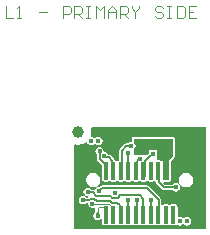
<source format=gtl>
G04*
G04 #@! TF.GenerationSoftware,Altium Limited,Altium Designer,20.2.6 (244)*
G04*
G04 Layer_Physical_Order=1*
G04 Layer_Color=5855741*
%FSLAX25Y25*%
%MOIN*%
G70*
G04*
G04 #@! TF.SameCoordinates,A1248B6C-439F-447A-ADC8-1C90144166A7*
G04*
G04*
G04 #@! TF.FilePolarity,Positive*
G04*
G01*
G75*
%ADD10C,0.00394*%
%ADD11C,0.00591*%
G04:AMPARAMS|DCode=12|XSize=15.75mil|YSize=59.06mil|CornerRadius=3.94mil|HoleSize=0mil|Usage=FLASHONLY|Rotation=0.000|XOffset=0mil|YOffset=0mil|HoleType=Round|Shape=RoundedRectangle|*
%AMROUNDEDRECTD12*
21,1,0.01575,0.05118,0,0,0.0*
21,1,0.00787,0.05906,0,0,0.0*
1,1,0.00787,0.00394,-0.02559*
1,1,0.00787,-0.00394,-0.02559*
1,1,0.00787,-0.00394,0.02559*
1,1,0.00787,0.00394,0.02559*
%
%ADD12ROUNDEDRECTD12*%
%ADD15C,0.03937*%
%ADD16C,0.01575*%
G36*
X835400Y455531D02*
Y421531D01*
X791400Y421531D01*
Y449726D01*
X791733Y449949D01*
X791797Y449922D01*
X792928Y449773D01*
X794058Y449922D01*
X795112Y450358D01*
X795564Y450705D01*
X795938Y450564D01*
X795960Y450454D01*
X796265Y449998D01*
X796721Y449693D01*
X797258Y449586D01*
X797796Y449693D01*
X798252Y449998D01*
X798627D01*
X799083Y449693D01*
X799620Y449586D01*
X800158Y449693D01*
X800614Y449998D01*
X800918Y450454D01*
X801025Y450991D01*
X800918Y451529D01*
X800614Y451985D01*
X800158Y452289D01*
X799620Y452396D01*
X799083Y452289D01*
X798627Y451985D01*
X798252D01*
X797796Y452289D01*
X797320Y452384D01*
X797021Y452706D01*
X797147Y453011D01*
X797296Y454141D01*
X797165Y455131D01*
X797424Y455531D01*
X835400Y455531D01*
D02*
G37*
%LPC*%
G36*
X824424Y452418D02*
X811432D01*
X810980Y452231D01*
X810792Y451779D01*
Y450943D01*
X810644Y450821D01*
X810106Y450715D01*
X809651Y450410D01*
X809511Y450200D01*
X808950D01*
X808950Y450200D01*
X808604Y450132D01*
X808311Y449936D01*
X806758Y448382D01*
X806562Y448089D01*
X806493Y447743D01*
Y444494D01*
X806372Y444470D01*
X806047Y444253D01*
X805753D01*
X805428Y444470D01*
X805100Y444536D01*
X805053Y444770D01*
X804857Y445063D01*
X804857Y445063D01*
X803725Y446196D01*
X803432Y446391D01*
X803086Y446460D01*
X802854D01*
X802582Y446867D01*
X802127Y447171D01*
X801589Y447278D01*
X801399Y447648D01*
X801312Y448084D01*
X801008Y448540D01*
X800552Y448844D01*
X800014Y448951D01*
X799477Y448844D01*
X799021Y448540D01*
X798716Y448084D01*
X798609Y447546D01*
X798716Y447009D01*
X799021Y446553D01*
X799111Y446493D01*
Y444987D01*
X799180Y444642D01*
X799376Y444349D01*
X800753Y442972D01*
Y438425D01*
X800829Y438041D01*
X801047Y437716D01*
X801372Y437498D01*
X801756Y437422D01*
X802544D01*
X802928Y437498D01*
X803253Y437716D01*
X803547D01*
X803872Y437498D01*
X804256Y437422D01*
X805044D01*
X805428Y437498D01*
X805753Y437716D01*
X806047D01*
X806372Y437498D01*
X806756Y437422D01*
X807544D01*
X807928Y437498D01*
X808253Y437716D01*
X808547D01*
X808872Y437498D01*
X809256Y437422D01*
X810044D01*
X810428Y437498D01*
X810753Y437716D01*
X811047D01*
X811372Y437498D01*
X811756Y437422D01*
X812544D01*
X812928Y437498D01*
X813253Y437716D01*
X813547D01*
X813872Y437498D01*
X814256Y437422D01*
X815044D01*
X815428Y437498D01*
X815753Y437716D01*
X816047D01*
X816372Y437498D01*
X816756Y437422D01*
X817544D01*
X817928Y437498D01*
X818253Y437716D01*
X818465D01*
X818796Y437419D01*
Y437244D01*
X818865Y436898D01*
X819061Y436605D01*
X820774Y434892D01*
X821067Y434696D01*
X821412Y434628D01*
X824346D01*
X824407Y434537D01*
X824862Y434233D01*
X825400Y434126D01*
X825938Y434233D01*
X826394Y434537D01*
X826698Y434993D01*
X826805Y435531D01*
X826698Y436068D01*
X826394Y436524D01*
X825938Y436829D01*
X825400Y436936D01*
X824862Y436829D01*
X824407Y436524D01*
X824346Y436434D01*
X821786D01*
X821250Y436970D01*
X821426Y437360D01*
X823243D01*
X823695Y437547D01*
X823882Y437999D01*
Y444427D01*
X824876Y445421D01*
X825063Y445873D01*
Y451779D01*
X824876Y452231D01*
X824424Y452418D01*
D02*
G37*
G36*
X828853Y440420D02*
X827939Y440238D01*
X827164Y439720D01*
X826646Y438945D01*
X826464Y438031D01*
X826646Y437117D01*
X827164Y436343D01*
X827939Y435825D01*
X828853Y435643D01*
X829767Y435825D01*
X830542Y436343D01*
X831059Y437117D01*
X831241Y438031D01*
X831059Y438945D01*
X830542Y439720D01*
X829767Y440238D01*
X828853Y440420D01*
D02*
G37*
G36*
X797947D02*
X797033Y440238D01*
X796258Y439720D01*
X795741Y438945D01*
X795559Y438031D01*
X795741Y437117D01*
X796258Y436343D01*
X797033Y435825D01*
X797947Y435643D01*
X798861Y435825D01*
X799636Y436343D01*
X800154Y437117D01*
X800336Y438031D01*
X800154Y438945D01*
X799636Y439720D01*
X798861Y440238D01*
X797947Y440420D01*
D02*
G37*
G36*
X815730Y436179D02*
X800957D01*
X800611Y436110D01*
X800318Y435914D01*
X800010Y435606D01*
X799719Y435664D01*
X799181Y435557D01*
X798726Y435253D01*
X798504Y434922D01*
X798165Y434667D01*
X797820Y434736D01*
X797284D01*
X797071Y435056D01*
X796615Y435360D01*
X796077Y435467D01*
X795540Y435360D01*
X795084Y435056D01*
X794779Y434600D01*
X794672Y434062D01*
X794779Y433525D01*
X795084Y433069D01*
X795540Y432764D01*
X796036Y432665D01*
X796129Y432494D01*
X796200Y432274D01*
X796032Y432064D01*
X795653D01*
X795496Y432300D01*
X795040Y432604D01*
X794502Y432711D01*
X793965Y432604D01*
X793509Y432300D01*
X793204Y431844D01*
X793097Y431306D01*
X793204Y430769D01*
X793509Y430313D01*
X793965Y430008D01*
X794502Y429901D01*
X795040Y430008D01*
X795414Y430258D01*
X796138D01*
X796247Y430125D01*
X796354Y429588D01*
X796659Y429132D01*
X797114Y428827D01*
X797652Y428720D01*
X798190Y428827D01*
X798257Y428872D01*
X798617Y428632D01*
X798597Y428531D01*
Y427530D01*
X798565Y427464D01*
X798563Y427431D01*
X798563Y427429D01*
X798560Y427419D01*
X798552Y427400D01*
X798538Y427371D01*
X798515Y427334D01*
X798489Y427297D01*
X798387Y427176D01*
X798323Y427110D01*
X798233Y426886D01*
X798141Y426663D01*
X798142Y426660D01*
X798141Y426656D01*
X798148Y426638D01*
X798102Y426568D01*
X797995Y426031D01*
X798102Y425493D01*
X798407Y425037D01*
X798862Y424733D01*
X799400Y424626D01*
X799938Y424733D01*
X800353Y425010D01*
X800539Y424963D01*
X800753Y424855D01*
Y423858D01*
X800829Y423474D01*
X801047Y423149D01*
X801372Y422931D01*
X801756Y422855D01*
X802544D01*
X802928Y422931D01*
X803253Y423149D01*
X803547D01*
X803872Y422931D01*
X804256Y422855D01*
X805044D01*
X805428Y422931D01*
X805753Y423149D01*
X806047D01*
X806372Y422931D01*
X806756Y422855D01*
X807544D01*
X807928Y422931D01*
X808253Y423149D01*
X808547D01*
X808872Y422931D01*
X809256Y422855D01*
X810044D01*
X810428Y422931D01*
X810753Y423149D01*
X811047D01*
X811372Y422931D01*
X811756Y422855D01*
X812544D01*
X812928Y422931D01*
X813253Y423149D01*
X813547D01*
X813872Y422931D01*
X814256Y422855D01*
X815044D01*
X815428Y422931D01*
X815753Y423149D01*
X816047D01*
X816372Y422931D01*
X816756Y422855D01*
X817544D01*
X817928Y422931D01*
X818253Y423149D01*
X818547D01*
X818872Y422931D01*
X819256Y422855D01*
X820044D01*
X820428Y422931D01*
X820753Y423149D01*
X821047D01*
X821372Y422931D01*
X821756Y422855D01*
X822544D01*
X822928Y422931D01*
X823253Y423149D01*
X823547D01*
X823872Y422931D01*
X824256Y422855D01*
X825044D01*
X825428Y422931D01*
X825753Y423149D01*
X825801Y423220D01*
X826248Y422922D01*
X826786Y422815D01*
X827324Y422922D01*
X827779Y423226D01*
X828155D01*
X828610Y422922D01*
X829148Y422815D01*
X829686Y422922D01*
X830142Y423226D01*
X830446Y423682D01*
X830553Y424220D01*
X830446Y424757D01*
X830142Y425213D01*
X829686Y425518D01*
X829148Y425625D01*
X828610Y425518D01*
X828155Y425213D01*
X827779D01*
X827324Y425518D01*
X826786Y425625D01*
X826447Y425557D01*
X826047Y425828D01*
Y428976D01*
X825971Y429360D01*
X825753Y429686D01*
X825428Y429904D01*
X825044Y429980D01*
X824256D01*
X823872Y429904D01*
X823547Y429686D01*
X823253D01*
X822928Y429904D01*
X822544Y429980D01*
X821756D01*
X821372Y429904D01*
X821047Y429686D01*
X820961D01*
X820602Y430023D01*
Y431306D01*
X820534Y431652D01*
X820338Y431945D01*
X820338Y431945D01*
X816369Y435914D01*
X816076Y436110D01*
X815730Y436179D01*
D02*
G37*
%LPD*%
G36*
X824424Y445873D02*
X823243Y444692D01*
Y437999D01*
X821274D01*
Y444299D01*
X820685D01*
X820428Y444470D01*
X820044Y444547D01*
X819306D01*
Y446525D01*
X819333Y446661D01*
X819306Y446796D01*
Y447842D01*
X818640D01*
X818465Y447959D01*
X817928Y448066D01*
X817390Y447959D01*
X817215Y447842D01*
X816550D01*
Y446954D01*
X815863Y446267D01*
X814113D01*
X813938Y446384D01*
X813400Y446491D01*
X812862Y446384D01*
X812687Y446267D01*
X811432D01*
Y448285D01*
X811638Y448423D01*
X811942Y448879D01*
X812049Y449417D01*
X811942Y449954D01*
X811638Y450410D01*
X811432Y450548D01*
Y451779D01*
X824424D01*
Y445873D01*
D02*
G37*
G36*
X799601Y427356D02*
X799614Y427284D01*
X799635Y427211D01*
X799665Y427137D01*
X799703Y427061D01*
X799749Y426985D01*
X799804Y426906D01*
X799868Y426827D01*
X799940Y426746D01*
X800020Y426663D01*
X798780D01*
X798860Y426746D01*
X798996Y426906D01*
X799051Y426985D01*
X799097Y427061D01*
X799135Y427137D01*
X799165Y427211D01*
X799186Y427284D01*
X799199Y427356D01*
X799203Y427426D01*
X799597D01*
X799601Y427356D01*
D02*
G37*
D10*
X797782Y429996D02*
X803157D01*
X804650Y426417D02*
Y428502D01*
X803157Y429996D02*
X804650Y428502D01*
X797652Y430125D02*
X797782Y429996D01*
X799400Y428531D02*
X799813Y428944D01*
X801575D01*
X802150Y428369D01*
X799400Y426031D02*
Y428531D01*
X802150Y426417D02*
Y428369D01*
X768715Y496069D02*
Y492134D01*
X771339D01*
X772651D02*
X773963D01*
X773307D01*
Y496069D01*
X772651Y495413D01*
X779866Y494102D02*
X782490D01*
X787738Y492134D02*
Y496069D01*
X789706D01*
X790362Y495413D01*
Y494102D01*
X789706Y493446D01*
X787738D01*
X791674Y492134D02*
Y496069D01*
X793641D01*
X794297Y495413D01*
Y494102D01*
X793641Y493446D01*
X791674D01*
X792985D02*
X794297Y492134D01*
X795609Y496069D02*
X796921D01*
X796265D01*
Y492134D01*
X795609D01*
X796921D01*
X798889D02*
Y496069D01*
X800201Y494758D01*
X801513Y496069D01*
Y492134D01*
X802825D02*
Y494758D01*
X804137Y496069D01*
X805449Y494758D01*
Y492134D01*
Y494102D01*
X802825D01*
X806761Y492134D02*
Y496069D01*
X808728D01*
X809384Y495413D01*
Y494102D01*
X808728Y493446D01*
X806761D01*
X808072D02*
X809384Y492134D01*
X810696Y496069D02*
Y495413D01*
X812008Y494102D01*
X813320Y495413D01*
Y496069D01*
X812008Y494102D02*
Y492134D01*
X821192Y495413D02*
X820536Y496069D01*
X819224D01*
X818568Y495413D01*
Y494758D01*
X819224Y494102D01*
X820536D01*
X821192Y493446D01*
Y492790D01*
X820536Y492134D01*
X819224D01*
X818568Y492790D01*
X822503Y496069D02*
X823815D01*
X823159D01*
Y492134D01*
X822503D01*
X823815D01*
X825783Y496069D02*
Y492134D01*
X827751D01*
X828407Y492790D01*
Y495413D01*
X827751Y496069D01*
X825783D01*
X832343D02*
X829719D01*
Y492134D01*
X832343D01*
X829719Y494102D02*
X831031D01*
D11*
X799041Y430963D02*
X803656D01*
X797027Y431728D02*
X798277D01*
X799041Y430963D01*
X803656D02*
X804170Y430449D01*
X805868D01*
X806719Y429598D01*
X794647Y431161D02*
X796461D01*
X797027Y431728D01*
X799719Y434259D02*
X799940D01*
X804219Y432126D02*
X806065D01*
X803689Y432656D02*
X804219Y432126D01*
X806065D02*
X806820Y432881D01*
X797820Y433833D02*
X798996Y432656D01*
X803689D01*
X797142Y433833D02*
X797820D01*
X796077Y434062D02*
X796303Y433836D01*
X797138D01*
X797142Y433833D01*
X806719Y426848D02*
X807150Y426417D01*
X806719Y426848D02*
Y429598D01*
X806820Y432881D02*
X813400D01*
X800957Y435276D02*
X815730D01*
X799940Y434259D02*
X800957Y435276D01*
X815730D02*
X819699Y431306D01*
X794502D02*
X794647Y431161D01*
X804219Y439415D02*
X804650Y438983D01*
X804219Y439415D02*
Y444425D01*
X803086Y445557D02*
X804219Y444425D01*
X801589Y445873D02*
X801909D01*
X802225Y445557D02*
X803086D01*
X801909Y445873D02*
X802225Y445557D01*
X800014Y444987D02*
X801421Y443581D01*
X800014Y444987D02*
Y447546D01*
X801421Y443581D02*
X801665D01*
X802150Y438983D02*
Y443096D01*
X801665Y443581D02*
X802150Y443096D01*
X814650Y438983D02*
X815081Y439415D01*
Y444208D01*
X817308Y446435D01*
X817702D01*
X817928Y446661D01*
X807150Y440984D02*
X807396Y441230D01*
X810525Y449297D02*
X810644Y449417D01*
X807396Y447743D02*
X808950Y449297D01*
X807396Y441230D02*
Y447743D01*
X808950Y449297D02*
X810525D01*
X809463Y447054D02*
X809650Y446867D01*
Y438983D02*
Y446867D01*
X819699Y437244D02*
X821412Y435531D01*
X819699Y437244D02*
Y440935D01*
X819650Y440984D02*
X819699Y440935D01*
X817150Y424417D02*
X817243Y424510D01*
Y431213D02*
X817337Y431306D01*
X817243Y424510D02*
Y431213D01*
X819699Y426466D02*
Y431306D01*
X819650Y426417D02*
X819699Y426466D01*
X813400Y432881D02*
X814581Y431700D01*
X812502Y441336D02*
Y444188D01*
X812150Y440983D02*
X812502Y441336D01*
Y444188D02*
X813400Y445086D01*
X821412Y435531D02*
X825400D01*
X812416Y426682D02*
Y431306D01*
X809463Y426604D02*
X809650Y426417D01*
X812150D02*
X812416Y426682D01*
X814581Y426485D02*
Y431700D01*
X809463Y426604D02*
Y431306D01*
X814581Y426485D02*
X814650Y426417D01*
D12*
X824650Y440984D02*
D03*
Y426417D02*
D03*
X822150D02*
D03*
X819650D02*
D03*
X817150D02*
D03*
X814650D02*
D03*
X812150D02*
D03*
X809650D02*
D03*
X807150D02*
D03*
X804650D02*
D03*
X802150D02*
D03*
X822150Y440984D02*
D03*
X819650D02*
D03*
X817150D02*
D03*
X814650D02*
D03*
X812150D02*
D03*
X809650D02*
D03*
X807150D02*
D03*
X804650D02*
D03*
X802150D02*
D03*
D15*
X792928Y454141D02*
D03*
D16*
X799719Y434259D02*
D03*
X805034Y433701D02*
D03*
X819306Y453747D02*
D03*
X805132D02*
D03*
X793715Y439968D02*
D03*
Y436818D02*
D03*
X832691Y424220D02*
D03*
X810644Y449417D02*
D03*
X809463Y447054D02*
D03*
X825400Y435531D02*
D03*
X797652Y430125D02*
D03*
X799400Y426031D02*
D03*
X814975Y447054D02*
D03*
X813400Y445086D02*
D03*
X794502Y431306D02*
D03*
X812416D02*
D03*
X800014Y447546D02*
D03*
X817928Y446661D02*
D03*
X801589Y445873D02*
D03*
X809463Y431306D02*
D03*
X817337D02*
D03*
X796077Y434062D02*
D03*
X812613Y447448D02*
D03*
X799620Y450991D02*
D03*
X797258D02*
D03*
X829542Y447054D02*
D03*
X832298D02*
D03*
X829148Y449810D02*
D03*
Y424220D02*
D03*
X822400Y447531D02*
D03*
X826786Y424220D02*
D03*
X822400Y450204D02*
D03*
M02*

</source>
